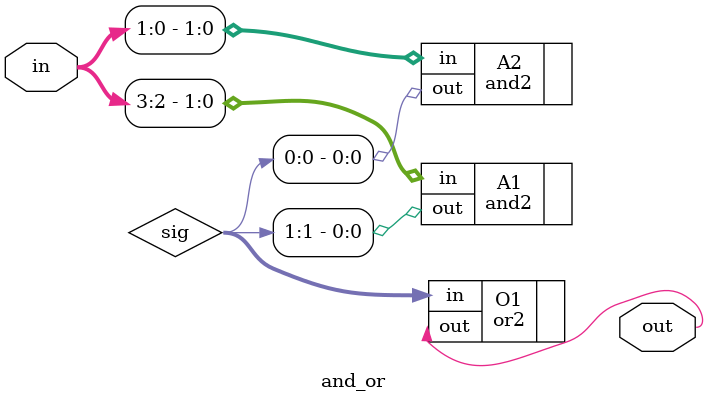
<source format=v>
module and_or (
        input  wire [3:0] in,
        output wire       out
    );
        
        wire [1:0] sig;
        
        and2 A1 (
                .in     (in[3:2]),
                .out    (sig[1])
                );
                
        and2 A2 (
                .in     (in[1:0]),
                .out    (sig[0])
                );
        
        or2 O1 (
                .in     (sig),
                .out    (out)
                );
        
        
endmodule
</source>
